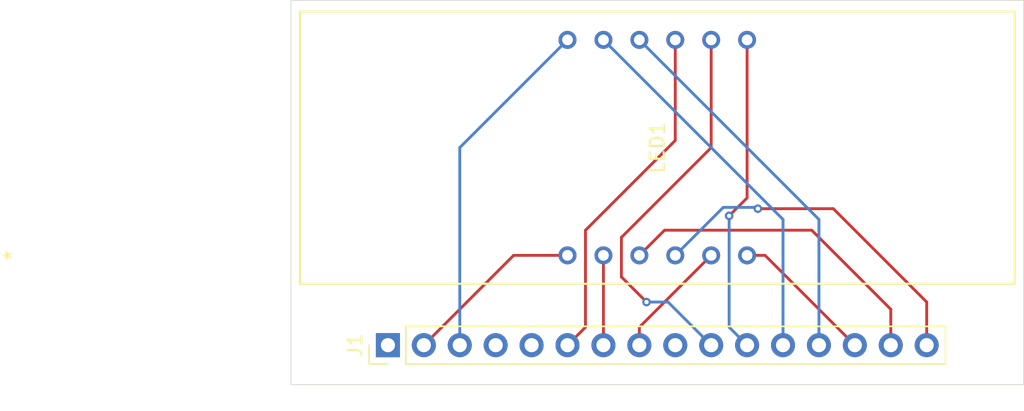
<source format=kicad_pcb>
(kicad_pcb (version 20240108) (generator "pcbnew") (generator_version "8.0")
  (layers (0 "F.Cu" signal) (31 "B.Cu" signal) (34 "B.Paste" user) (35 "F.Paste" user) (36 "B.SilkS" user "B.Silkscreen") (37 "F.SilkS" user "F.Silkscreen") (38 "B.Mask" user) (39 "F.Mask" user) (44 "Edge.Cuts" user))
  (net 0 "")
  (net 2 "Net-(J1-Pin_10)")
  (net 3 "Net-(J1-Pin_6)")
  (net 4 "Net-(J1-Pin_14)")
  (net 5 "Net-(J1-Pin_8)")
  (net 6 "Net-(J1-Pin_3)")
  (net 8 "Net-(J1-Pin_7)")
  (net 9 "Net-(J1-Pin_11)")
  (net 10 "Net-(J1-Pin_2)")
  (net 11 "Net-(J1-Pin_12)")
  (net 12 "Net-(J1-Pin_16)")
  (net 14 "Net-(J1-Pin_13)")
  (net 16 "Net-(J1-Pin_15)")
  (footprint "Connector_PinHeader_2.54mm:PinHeader_1x16_P2.54mm_Vertical" (layer "F.Cu") (at 99.822 73.406 90)
    (property "Reference" "J1" (at 0 -2.33 270) (layer "F.SilkS"))
    (property "Value" "Conn_01x16")
    (fp_line (start -1.33 -1.33) (end 0 -1.33) (stroke (width 0.12)) (layer "F.SilkS"))
    (fp_line (start -1.33 0) (end -1.33 -1.33) (stroke (width 0.12)) (layer "F.SilkS"))
    (fp_line (start 1.33 1.27) (end 1.33 39.43) (stroke (width 0.12)) (layer "F.SilkS"))
    (fp_line (start -1.33 1.27) (end 1.33 1.27) (stroke (width 0.12)) (layer "F.SilkS"))
    (fp_line (start -1.33 1.27) (end -1.33 39.43) (stroke (width 0.12)) (layer "F.SilkS"))
    (fp_line (start -1.33 39.43) (end 1.33 39.43) (stroke (width 0.12)) (layer "F.SilkS"))
    (pad "1" thru_hole rect (at 0 0 90) (size 1.7 1.7) (drill 1) (layers "*.Cu" "*.Mask"))
    (pad "2" thru_hole oval (at 0 2.54 90) (size 1.7 1.7) (drill 1) (layers "*.Cu" "*.Mask") (net 10 "Net-(J1-Pin_2)"))
    (pad "3" thru_hole oval (at 0 5.08 90) (size 1.7 1.7) (drill 1) (layers "*.Cu" "*.Mask") (net 6 "Net-(J1-Pin_3)"))
    (pad "4" thru_hole oval (at 0 7.62 90) (size 1.7 1.7) (drill 1) (layers "*.Cu" "*.Mask"))
    (pad "5" thru_hole oval (at 0 10.16 90) (size 1.7 1.7) (drill 1) (layers "*.Cu" "*.Mask"))
    (pad "6" thru_hole oval (at 0 12.7 90) (size 1.7 1.7) (drill 1) (layers "*.Cu" "*.Mask") (net 3 "Net-(J1-Pin_6)"))
    (pad "7" thru_hole oval (at 0 15.24 90) (size 1.7 1.7) (drill 1) (layers "*.Cu" "*.Mask") (net 8 "Net-(J1-Pin_7)"))
    (pad "8" thru_hole oval (at 0 17.78 90) (size 1.7 1.7) (drill 1) (layers "*.Cu" "*.Mask") (net 5 "Net-(J1-Pin_8)"))
    (pad "9" thru_hole oval (at 0 20.32 90) (size 1.7 1.7) (drill 1) (layers "*.Cu" "*.Mask"))
    (pad "10" thru_hole oval (at 0 22.86 90) (size 1.7 1.7) (drill 1) (layers "*.Cu" "*.Mask") (net 2 "Net-(J1-Pin_10)"))
    (pad "11" thru_hole oval (at 0 25.4 90) (size 1.7 1.7) (drill 1) (layers "*.Cu" "*.Mask") (net 9 "Net-(J1-Pin_11)"))
    (pad "12" thru_hole oval (at 0 27.94 90) (size 1.7 1.7) (drill 1) (layers "*.Cu" "*.Mask") (net 11 "Net-(J1-Pin_12)"))
    (pad "13" thru_hole oval (at 0 30.48 90) (size 1.7 1.7) (drill 1) (layers "*.Cu" "*.Mask") (net 14 "Net-(J1-Pin_13)"))
    (pad "14" thru_hole oval (at 0 33.02 90) (size 1.7 1.7) (drill 1) (layers "*.Cu" "*.Mask") (net 4 "Net-(J1-Pin_14)"))
    (pad "15" thru_hole oval (at 0 35.56 90) (size 1.7 1.7) (drill 1) (layers "*.Cu" "*.Mask") (net 16 "Net-(J1-Pin_15)"))
    (pad "16" thru_hole oval (at 0 38.1 90) (size 1.7 1.7) (drill 1) (layers "*.Cu" "*.Mask") (net 12 "Net-(J1-Pin_16)"))
  )
  (footprint "gos:LTC-5723HR_LTO" (layer "F.Cu") (at 112.522 67.056 90)
    (property "Reference" "LED1" (at 7.62 6.35 90) (layer "F.SilkS"))
    (property "Value" "LTC-5723HR")
    (fp_line (start 17.2466 -18.923) (end -2.0066 -18.923) (stroke (width 0.1524)) (layer "F.SilkS"))
    (fp_line (start -2.0066 -18.923) (end -2.0066 31.623) (stroke (width 0.1524)) (layer "F.SilkS"))
    (fp_line (start 17.2466 31.623) (end 17.2466 -18.923) (stroke (width 0.1524)) (layer "F.SilkS"))
    (fp_line (start -2.0066 31.623) (end 17.2466 31.623) (stroke (width 0.1524)) (layer "F.SilkS"))
    (fp_text user "*" (at 0 -39.285332 270) (layer "F.SilkS"))
    (fp_text user "*" (at 0 -39.285332 90) (layer "F.SilkS"))
    (pad "1" thru_hole circle (at 0 0 90) (size 1.27 1.27) (drill 0.762) (layers "*.Cu" "*.Mask") (net 10 "Net-(J1-Pin_2)"))
    (pad "2" thru_hole circle (at 0 2.54 90) (size 1.27 1.27) (drill 0.762) (layers "*.Cu" "*.Mask") (net 8 "Net-(J1-Pin_7)"))
    (pad "3" thru_hole circle (at 0 5.08 90) (size 1.27 1.27) (drill 0.762) (layers "*.Cu" "*.Mask") (net 16 "Net-(J1-Pin_15)"))
    (pad "4" thru_hole circle (at 0 7.62 90) (size 1.27 1.27) (drill 0.762) (layers "*.Cu" "*.Mask") (net 12 "Net-(J1-Pin_16)"))
    (pad "5" thru_hole circle (at 0 10.16 90) (size 1.27 1.27) (drill 0.762) (layers "*.Cu" "*.Mask") (net 5 "Net-(J1-Pin_8)"))
    (pad "6" thru_hole circle (at 0 12.7 90) (size 1.27 1.27) (drill 0.762) (layers "*.Cu" "*.Mask") (net 4 "Net-(J1-Pin_14)"))
    (pad "7" thru_hole circle (at 15.24 12.7 90) (size 1.27 1.27) (drill 0.762) (layers "*.Cu" "*.Mask") (net 9 "Net-(J1-Pin_11)"))
    (pad "8" thru_hole circle (at 15.24 10.16 90) (size 1.27 1.27) (drill 0.762) (layers "*.Cu" "*.Mask") (net 2 "Net-(J1-Pin_10)"))
    (pad "9" thru_hole circle (at 15.24 7.62 90) (size 1.27 1.27) (drill 0.762) (layers "*.Cu" "*.Mask") (net 3 "Net-(J1-Pin_6)"))
    (pad "10" thru_hole circle (at 15.24 5.08 90) (size 1.27 1.27) (drill 0.762) (layers "*.Cu" "*.Mask") (net 14 "Net-(J1-Pin_13)"))
    (pad "11" thru_hole circle (at 15.24 2.54 90) (size 1.27 1.27) (drill 0.762) (layers "*.Cu" "*.Mask") (net 11 "Net-(J1-Pin_12)"))
    (pad "12" thru_hole circle (at 15.24 0 90) (size 1.27 1.27) (drill 0.762) (layers "*.Cu" "*.Mask") (net 6 "Net-(J1-Pin_3)"))
  )
  (gr_rect (start 92.964 49.022) (end 144.78 76.2) (stroke (width 0.05)) (fill none) (layer "Edge.Cuts"))
  (segment (start 116.332 65.786) (end 116.332 68.58) (width 0.2) (layer "F.Cu") (net 2))
  (segment (start 122.682 59.436) (end 116.332 65.786) (width 0.2) (layer "F.Cu") (net 2))
  (segment (start 116.332 68.58) (end 118.11 70.358) (width 0.2) (layer "F.Cu") (net 2))
  (segment (start 122.682 51.816) (end 122.682 59.436) (width 0.2) (layer "F.Cu") (net 2))
  (via (at 118.11 70.358) (size 0.6) (drill 0.3) (layers "F.Cu" "B.Cu") (net 2))
  (segment (start 119.634 70.358) (end 122.682 73.406) (width 0.2) (layer "B.Cu") (net 2))
  (segment (start 118.11 70.358) (end 119.634 70.358) (width 0.2) (layer "B.Cu") (net 2))
  (segment (start 113.792 65.278) (end 113.792 72.136) (width 0.2) (layer "F.Cu") (net 3))
  (segment (start 120.142 51.816) (end 120.142 58.928) (width 0.2) (layer "F.Cu") (net 3))
  (segment (start 113.792 72.136) (end 112.522 73.406) (width 0.2) (layer "F.Cu") (net 3))
  (segment (start 120.142 58.928) (end 113.792 65.278) (width 0.2) (layer "F.Cu") (net 3))
  (segment (start 125.222 67.056) (end 126.492 67.056) (width 0.2) (layer "F.Cu") (net 4))
  (segment (start 126.492 67.056) (end 132.842 73.406) (width 0.2) (layer "F.Cu") (net 4))
  (segment (start 117.602 72.136) (end 117.602 73.406) (width 0.2) (layer "F.Cu") (net 5))
  (segment (start 122.682 67.056) (end 117.602 72.136) (width 0.2) (layer "F.Cu") (net 5))
  (segment (start 104.902 59.436) (end 104.902 73.406) (width 0.2) (layer "B.Cu") (net 6))
  (segment (start 112.522 51.816) (end 104.902 59.436) (width 0.2) (layer "B.Cu") (net 6))
  (segment (start 115.062 67.056) (end 115.062 73.406) (width 0.2) (layer "F.Cu") (net 8))
  (segment (start 125.222 62.992) (end 123.952 64.262) (width 0.2) (layer "F.Cu") (net 9))
  (segment (start 125.222 51.816) (end 125.222 62.992) (width 0.2) (layer "F.Cu") (net 9))
  (via (at 123.952 64.262) (size 0.6) (drill 0.3) (layers "F.Cu" "B.Cu") (net 9))
  (segment (start 123.952 64.262) (end 123.952 72.136) (width 0.2) (layer "B.Cu") (net 9))
  (segment (start 123.952 72.136) (end 125.222 73.406) (width 0.2) (layer "B.Cu") (net 9))
  (segment (start 112.522 67.056) (end 108.712 67.056) (width 0.2) (layer "F.Cu") (net 10))
  (segment (start 108.712 67.056) (end 102.362 73.406) (width 0.2) (layer "F.Cu") (net 10))
  (segment (start 127.762 64.516) (end 127.762 73.406) (width 0.2) (layer "B.Cu") (net 11))
  (segment (start 115.062 51.816) (end 127.762 64.516) (width 0.2) (layer "B.Cu") (net 11))
  (segment (start 137.922 70.358) (end 137.922 73.406) (width 0.2) (layer "F.Cu") (net 12))
  (segment (start 125.984 63.754) (end 131.318 63.754) (width 0.2) (layer "F.Cu") (net 12))
  (segment (start 131.318 63.754) (end 137.922 70.358) (width 0.2) (layer "F.Cu") (net 12))
  (via (at 125.984 63.754) (size 0.6) (drill 0.3) (layers "F.Cu" "B.Cu") (net 12))
  (segment (start 120.142 67.056) (end 123.536 63.662) (width 0.2) (layer "B.Cu") (net 12))
  (segment (start 125.892 63.662) (end 125.984 63.754) (width 0.2) (layer "B.Cu") (net 12))
  (segment (start 123.536 63.662) (end 125.892 63.662) (width 0.2) (layer "B.Cu") (net 12))
  (segment (start 130.302 64.516) (end 130.302 73.406) (width 0.2) (layer "B.Cu") (net 14))
  (segment (start 117.602 51.816) (end 130.302 64.516) (width 0.2) (layer "B.Cu") (net 14))
  (segment (start 119.38 65.278) (end 129.794 65.278) (width 0.2) (layer "F.Cu") (net 16))
  (segment (start 135.382 70.866) (end 135.382 73.406) (width 0.2) (layer "F.Cu") (net 16))
  (segment (start 117.602 67.056) (end 119.38 65.278) (width 0.2) (layer "F.Cu") (net 16))
  (segment (start 129.794 65.278) (end 135.382 70.866) (width 0.2) (layer "F.Cu") (net 16))
)
</source>
